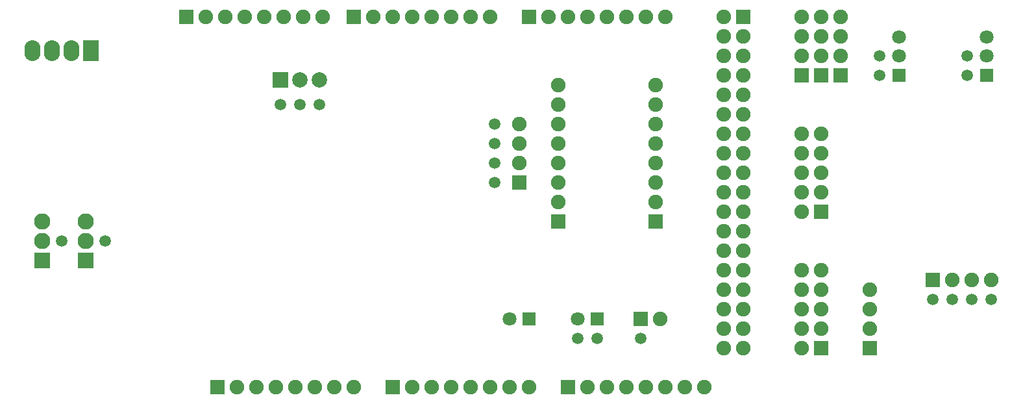
<source format=gbr>
G04 DipTrace 2.4.0.2*
%INBottomMask.gbr*%
%MOIN*%
%ADD33R,0.0709X0.0709*%
%ADD34C,0.0709*%
%ADD41R,0.0748X0.0748*%
%ADD42C,0.0748*%
%ADD45C,0.0591*%
%ADD72C,0.0828*%
%ADD73R,0.0828X0.0828*%
%ADD76O,0.0828X0.1064*%
%ADD78R,0.0828X0.1064*%
%ADD82C,0.0789*%
%ADD83R,0.0789X0.0789*%
%FSLAX44Y44*%
G04*
G70*
G90*
G75*
G01*
%LNBotMask*%
%LPD*%
D41*
X11000Y1000D3*
D42*
X12000D3*
X13000D3*
X14000D3*
X15000D3*
X16000D3*
X17000D3*
X18000D3*
D41*
X9400Y20000D3*
D42*
X10400D3*
X11400D3*
X12400D3*
X13400D3*
X14400D3*
X15400D3*
X16400D3*
D41*
X38000D3*
D42*
X37000D3*
X38000Y19000D3*
X37000D3*
X38000Y18000D3*
X37000D3*
X38000Y17000D3*
X37000D3*
X38000Y16000D3*
X37000D3*
X38000Y15000D3*
X37000D3*
X38000Y14000D3*
X37000D3*
X38000Y13000D3*
X37000D3*
X38000Y12000D3*
X37000D3*
X38000Y11000D3*
X37000D3*
X38000Y10000D3*
X37000D3*
X38000Y9000D3*
X37000D3*
X38000Y8000D3*
X37000D3*
X38000Y7000D3*
X37000D3*
X38000Y6000D3*
X37000D3*
X38000Y5000D3*
X37000D3*
X38000Y4000D3*
X37000D3*
X38000Y3000D3*
X37000D3*
D41*
X20000Y1000D3*
D42*
X21000D3*
X22000D3*
X23000D3*
X24000D3*
X25000D3*
X26000D3*
X27000D3*
D41*
X18000Y20000D3*
D42*
X19000D3*
X20000D3*
X21000D3*
X22000D3*
X23000D3*
X24000D3*
X25000D3*
D41*
X42000Y10000D3*
D42*
X41000D3*
X42000Y11000D3*
X41000D3*
X42000Y12000D3*
X41000D3*
X42000Y13000D3*
X41000D3*
X42000Y14000D3*
X41000D3*
D41*
X29000Y1000D3*
D42*
X30000D3*
X31000D3*
X32000D3*
X33000D3*
X34000D3*
X35000D3*
X36000D3*
D41*
X27000Y20000D3*
D42*
X28000D3*
X29000D3*
X30000D3*
X31000D3*
X32000D3*
X33000D3*
X34000D3*
D41*
X42000Y3000D3*
D42*
X41000D3*
X42000Y4000D3*
X41000D3*
X42000Y5000D3*
X41000D3*
X42000Y6000D3*
X41000D3*
X42000Y7000D3*
X41000D3*
D41*
X44500Y3000D3*
D42*
Y4000D3*
Y5000D3*
Y6000D3*
D41*
X41000Y17000D3*
D42*
Y18000D3*
Y19000D3*
Y20000D3*
D41*
X42000Y17000D3*
D42*
Y18000D3*
Y19000D3*
Y20000D3*
D41*
X43000Y17000D3*
D42*
Y18000D3*
Y19000D3*
Y20000D3*
D83*
X14250Y16750D3*
D82*
X15250D3*
X16250D3*
D33*
X46000Y17000D3*
D34*
Y17984D3*
Y18969D3*
D33*
X50500Y17000D3*
D34*
Y17984D3*
Y18969D3*
D41*
X47750Y6500D3*
D42*
X48750D3*
X49750D3*
X50750D3*
D41*
X26500Y11500D3*
D42*
Y12500D3*
Y13500D3*
Y14500D3*
D41*
X33500Y9500D3*
D42*
Y10500D3*
Y11500D3*
Y12500D3*
Y13500D3*
Y14500D3*
Y15500D3*
Y16500D3*
D41*
X28500Y9500D3*
D42*
Y10500D3*
Y11500D3*
Y12500D3*
Y13500D3*
Y14500D3*
Y15500D3*
Y16500D3*
D33*
X27000Y4500D3*
D34*
X26016D3*
D33*
X30500D3*
D34*
X29516D3*
D78*
X4500Y18250D3*
D76*
X3500D3*
X2500D3*
X1500D3*
D41*
X32750Y4500D3*
D42*
X33750D3*
D73*
X2000Y7500D3*
D72*
Y8500D3*
Y9500D3*
D73*
X4250Y7500D3*
D72*
Y8500D3*
Y9500D3*
D45*
X14250Y15500D3*
X15250D3*
X16250D3*
X50750Y5500D3*
X45000Y17000D3*
Y18000D3*
X47750Y5500D3*
X49500Y17000D3*
Y18000D3*
X48750Y5500D3*
X49750D3*
X25250Y11500D3*
Y12500D3*
Y13500D3*
Y14500D3*
X30500Y3500D3*
X29500D3*
X3000Y8500D3*
X5250D3*
X32750Y3500D3*
M02*

</source>
